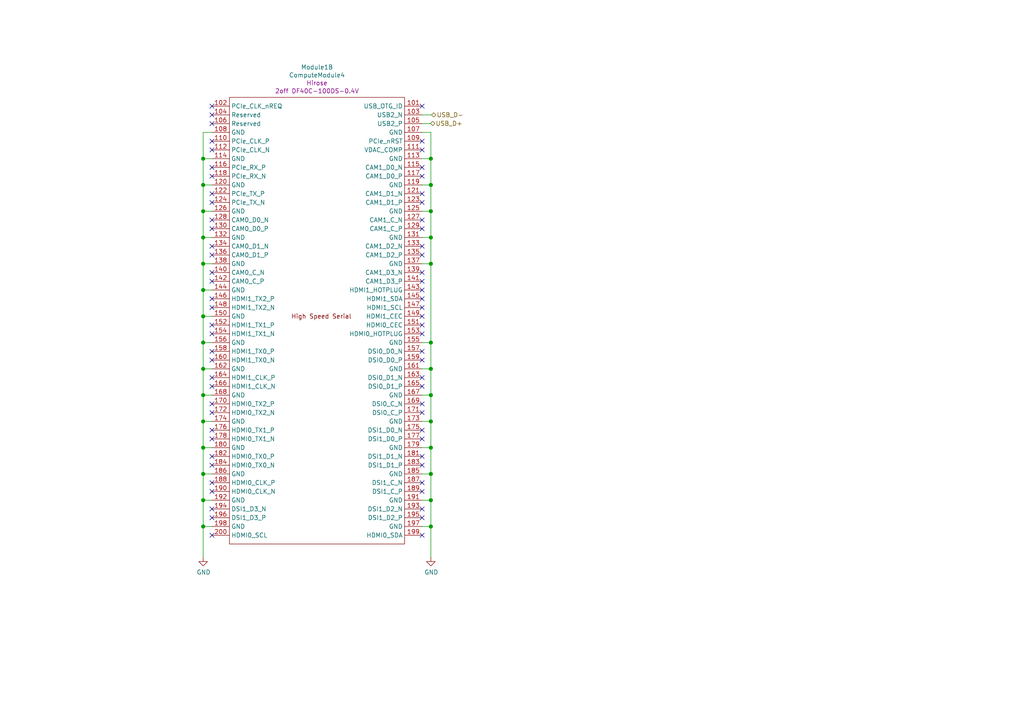
<source format=kicad_sch>
(kicad_sch (version 20200828) (generator eeschema)
  (page 4 6)
  (paper "A4")
  (lib_symbols
    (symbol "CM4IO:ComputeModule4-CM4"
      (property "Reference" "Module" (at 113.03 -68.58 0))
      (property "Value" "ComputeModule4-CM4" (at 140.97 2.54 0))
      (property "Field4" "Hirose" (at 0 0 0))
      (property "Field5" "2x DF40C-100DS-0.4V" (at 0 -2.54 0))
      (symbol "ComputeModule4-CM4_1_0"
        (text "GPIO" (at 0 6.35 0) (effects (font (size 1.27 1.27))))
      )
      (symbol "ComputeModule4-CM4_1_1"
        (text "600mA Max" (at -8.89 -53.34 0) (effects (font (size 1.27 1.27))))
        (text "600mA Max" (at -8.89 -48.26 0) (effects (font (size 1.27 1.27))))
        (text "NB SD signals are only available" (at -1.27 -27.94 0) (effects (font (size 1.27 1.27))))
        (text "on modules without eMMC" (at -1.27 -30.48 0) (effects (font (size 1.27 1.27))))
        (rectangle (start -30.48 -71.12) (end 25.4 58.42))
        (pin power_in line (at 27.94 55.88 180) (length 2.54) (name "GND") (number "1"))
        (pin passive line (at -33.02 45.72 0) (length 2.54) (name "Ethernet_Pair0_N") (number "10"))
        (pin output line (at -33.02 -68.58 0) (length 2.54) (name "nEXTRST") (number "100"))
        (pin passive line (at 27.94 43.18 180) (length 2.54) (name "Ethernet_Pair2_P") (number "11"))
        (pin passive line (at -33.02 43.18 0) (length 2.54) (name "Ethernet_Pair0_P") (number "12"))
        (pin power_in line (at 27.94 40.64 180) (length 2.54) (name "GND") (number "13"))
        (pin power_in line (at -33.02 40.64 0) (length 2.54) (name "GND") (number "14"))
        (pin output line (at 27.94 38.1 180) (length 2.54) (name "Ethernet_nLED3(3.3v)") (number "15"))
        (pin input line (at -33.02 38.1 0) (length 2.54) (name "Ethernet_SYNC_IN(1.8v)") (number "16"))
        (pin output line (at 27.94 35.56 180) (length 2.54) (name "Ethernet_nLED2(3.3v)") (number "17"))
        (pin input line (at -33.02 35.56 0) (length 2.54) (name "Ethernet_SYNC_OUT(1.8v)") (number "18"))
        (pin output line (at 27.94 33.02 180) (length 2.54) (name "Ethernet_nLED1(3.3v)") (number "19"))
        (pin power_in line (at -33.02 55.88 0) (length 2.54) (name "GND") (number "2"))
        (pin passive line (at -33.02 33.02 0) (length 2.54) (name "EEPROM_nWP") (number "20"))
        (pin open_collector line (at 27.94 30.48 180) (length 2.54) (name "PI_nLED_Activity") (number "21"))
        (pin power_in line (at -33.02 30.48 0) (length 2.54) (name "GND") (number "22"))
        (pin power_in line (at 27.94 27.94 180) (length 2.54) (name "GND") (number "23"))
        (pin passive line (at -33.02 27.94 0) (length 2.54) (name "GPIO26") (number "24"))
        (pin passive line (at 27.94 25.4 180) (length 2.54) (name "GPIO21") (number "25"))
        (pin passive line (at -33.02 25.4 0) (length 2.54) (name "GPIO19") (number "26"))
        (pin passive line (at 27.94 22.86 180) (length 2.54) (name "GPIO20") (number "27"))
        (pin passive line (at -33.02 22.86 0) (length 2.54) (name "GPIO13") (number "28"))
        (pin passive line (at 27.94 20.32 180) (length 2.54) (name "GPIO16") (number "29"))
        (pin passive line (at 27.94 53.34 180) (length 2.54) (name "Ethernet_Pair3_P") (number "3"))
        (pin passive line (at -33.02 20.32 0) (length 2.54) (name "GPIO6") (number "30"))
        (pin passive line (at 27.94 17.78 180) (length 2.54) (name "GPIO12") (number "31"))
        (pin power_in line (at -33.02 17.78 0) (length 2.54) (name "GND") (number "32"))
        (pin power_in line (at 27.94 15.24 180) (length 2.54) (name "GND") (number "33"))
        (pin passive line (at -33.02 15.24 0) (length 2.54) (name "GPIO5") (number "34"))
        (pin passive line (at 27.94 12.7 180) (length 2.54) (name "ID_SC") (number "35"))
        (pin passive line (at -33.02 12.7 0) (length 2.54) (name "ID_SD") (number "36"))
        (pin passive line (at 27.94 10.16 180) (length 2.54) (name "GPIO7") (number "37"))
        (pin passive line (at -33.02 10.16 0) (length 2.54) (name "GPIO11") (number "38"))
        (pin passive line (at 27.94 7.62 180) (length 2.54) (name "GPIO8") (number "39"))
        (pin passive line (at -33.02 53.34 0) (length 2.54) (name "Ethernet_Pair1_P") (number "4"))
        (pin passive line (at -33.02 7.62 0) (length 2.54) (name "GPIO9") (number "40"))
        (pin passive line (at 27.94 5.08 180) (length 2.54) (name "GPIO25") (number "41"))
        (pin power_in line (at -33.02 5.08 0) (length 2.54) (name "GND") (number "42"))
        (pin power_in line (at 27.94 2.54 180) (length 2.54) (name "GND") (number "43"))
        (pin passive line (at -33.02 2.54 0) (length 2.54) (name "GPIO10") (number "44"))
        (pin passive line (at 27.94 0 180) (length 2.54) (name "GPIO24") (number "45"))
        (pin passive line (at -33.02 0 0) (length 2.54) (name "GPIO22") (number "46"))
        (pin passive line (at 27.94 -2.54 180) (length 2.54) (name "GPIO23") (number "47"))
        (pin passive line (at -33.02 -2.54 0) (length 2.54) (name "GPIO27") (number "48"))
        (pin passive line (at 27.94 -5.08 180) (length 2.54) (name "GPIO18") (number "49"))
        (pin passive line (at 27.94 50.8 180) (length 2.54) (name "Ethernet_Pair3_N") (number "5"))
        (pin passive line (at -33.02 -5.08 0) (length 2.54) (name "GPIO17") (number "50"))
        (pin passive line (at 27.94 -7.62 180) (length 2.54) (name "GPIO15") (number "51"))
        (pin power_in line (at -33.02 -7.62 0) (length 2.54) (name "GND") (number "52"))
        (pin power_in line (at 27.94 -10.16 180) (length 2.54) (name "GND") (number "53"))
        (pin passive line (at -33.02 -10.16 0) (length 2.54) (name "GPIO4") (number "54"))
        (pin passive line (at 27.94 -12.7 180) (length 2.54) (name "GPIO14") (number "55"))
        (pin passive line (at -33.02 -12.7 0) (length 2.54) (name "GPIO3") (number "56"))
        (pin passive line (at 27.94 -15.24 180) (length 2.54) (name "SD_CLK") (number "57"))
        (pin passive line (at -33.02 -15.24 0) (length 2.54) (name "GPIO2") (number "58"))
        (pin power_in line (at 27.94 -17.78 180) (length 2.54) (name "GND") (number "59"))
        (pin passive line (at -33.02 50.8 0) (length 2.54) (name "Ethernet_Pair1_N") (number "6"))
        (pin power_in line (at -33.02 -17.78 0) (length 2.54) (name "GND") (number "60"))
        (pin passive line (at 27.94 -20.32 180) (length 2.54) (name "SD_DAT3") (number "61"))
        (pin passive line (at -33.02 -20.32 0) (length 2.54) (name "SD_CMD") (number "62"))
        (pin passive line (at 27.94 -22.86 180) (length 2.54) (name "SD_DAT0") (number "63"))
        (pin passive line (at -33.02 -22.86 0) (length 2.54) (name "SD_DAT5") (number "64"))
        (pin power_in line (at 27.94 -25.4 180) (length 2.54) (name "GND") (number "65"))
        (pin power_in line (at -33.02 -25.4 0) (length 2.54) (name "GND") (number "66"))
        (pin passive line (at 27.94 -27.94 180) (length 2.54) (name "SD_DAT1") (number "67"))
        (pin passive line (at -33.02 -27.94 0) (length 2.54) (name "SD_DAT4") (number "68"))
        (pin passive line (at 27.94 -30.48 180) (length 2.54) (name "SD_DAT2") (number "69"))
        (pin power_in line (at 27.94 48.26 180) (length 2.54) (name "GND") (number "7"))
        (pin passive line (at -33.02 -30.48 0) (length 2.54) (name "SD_DAT7") (number "70"))
        (pin power_in line (at 27.94 -33.02 180) (length 2.54) (name "GND") (number "71"))
        (pin passive line (at -33.02 -33.02 0) (length 2.54) (name "SD_DAT6") (number "72"))
        (pin input line (at 27.94 -35.56 180) (length 2.54) (name "SD_VDD_Override") (number "73"))
        (pin power_in line (at -33.02 -35.56 0) (length 2.54) (name "GND") (number "74"))
        (pin output line (at 27.94 -38.1 180) (length 2.54) (name "SD_PWR_ON") (number "75"))
        (pin passive line (at -33.02 -38.1 0) (length 2.54) (name "Reserved") (number "76"))
        (pin power_in line (at 27.94 -40.64 180) (length 2.54) (name "+5v_(Input)") (number "77"))
        (pin power_in line (at -33.02 -40.64 0) (length 2.54) (name "GPIO_VREF(1.8v/3.3v_Input)") (number "78"))
        (pin power_in line (at 27.94 -43.18 180) (length 2.54) (name "+5v_(Input)") (number "79"))
        (pin power_in line (at -33.02 48.26 0) (length 2.54) (name "GND") (number "8"))
        (pin passive line (at -33.02 -43.18 0) (length 2.54) (name "SCL0") (number "80"))
        (pin power_in line (at 27.94 -45.72 180) (length 2.54) (name "+5v_(Input)") (number "81"))
        (pin passive line (at -33.02 -45.72 0) (length 2.54) (name "SDA0") (number "82"))
        (pin power_in line (at 27.94 -48.26 180) (length 2.54) (name "+5v_(Input)") (number "83"))
        (pin power_out line (at -33.02 -48.26 0) (length 2.54) (name "+3.3v_(Output)") (number "84"))
        (pin power_in line (at 27.94 -50.8 180) (length 2.54) (name "+5v_(Input)") (number "85"))
        (pin power_out line (at -33.02 -50.8 0) (length 2.54) (name "+3.3v_(Output)") (number "86"))
        (pin power_in line (at 27.94 -53.34 180) (length 2.54) (name "+5v_(Input)") (number "87"))
        (pin power_out line (at -33.02 -53.34 0) (length 2.54) (name "+1.8v_(Output)") (number "88"))
        (pin power_in line (at 27.94 -55.88 180) (length 2.54) (name "WiFi_nDisable") (number "89"))
        (pin passive line (at 27.94 45.72 180) (length 2.54) (name "Ethernet_Pair2_N") (number "9"))
        (pin power_out line (at -33.02 -55.88 0) (length 2.54) (name "+1.8v_(Output)") (number "90"))
        (pin power_in line (at 27.94 -58.42 180) (length 2.54) (name "BT_nDisable") (number "91"))
        (pin passive line (at -33.02 -58.42 0) (length 2.54) (name "RUN_PG") (number "92"))
        (pin input line (at 27.94 -60.96 180) (length 2.54) (name "nRPIBOOT") (number "93"))
        (pin passive line (at -33.02 -60.96 0) (length 2.54) (name "AnalogIP0") (number "94"))
        (pin output line (at 27.94 -63.5 180) (length 2.54) (name "nPI_LED_PWR") (number "95"))
        (pin passive line (at -33.02 -63.5 0) (length 2.54) (name "AnalogIP1") (number "96"))
        (pin passive line (at 27.94 -66.04 180) (length 2.54) (name "Camera_GPIO") (number "97"))
        (pin power_in line (at -33.02 -66.04 0) (length 2.54) (name "GND") (number "98"))
        (pin input line (at 27.94 -68.58 180) (length 2.54) (name "Global_EN") (number "99"))
      )
      (symbol "ComputeModule4-CM4_2_1"
        (text "High Speed Serial" (at 140.97 0 0) (effects (font (size 1.27 1.27))))
        (rectangle (start 114.3 -66.04) (end 165.1 63.5))
        (pin input line (at 170.18 60.96 180) (length 5.08) (name "USB_OTG_ID") (number "101"))
        (pin input line (at 109.22 60.96 0) (length 5.08) (name "PCIe_CLK_nREQ") (number "102"))
        (pin passive line (at 170.18 58.42 180) (length 5.08) (name "USB2_N") (number "103"))
        (pin passive line (at 109.22 58.42 0) (length 5.08) (name "Reserved") (number "104"))
        (pin passive line (at 170.18 55.88 180) (length 5.08) (name "USB2_P") (number "105"))
        (pin passive line (at 109.22 55.88 0) (length 5.08) (name "Reserved") (number "106"))
        (pin power_in line (at 170.18 53.34 180) (length 5.08) (name "GND") (number "107"))
        (pin power_in line (at 109.22 53.34 0) (length 5.08) (name "GND") (number "108"))
        (pin bidirectional line (at 170.18 50.8 180) (length 5.08) (name "PCIe_nRST") (number "109"))
        (pin output line (at 109.22 50.8 0) (length 5.08) (name "PCIe_CLK_P") (number "110"))
        (pin passive line (at 170.18 48.26 180) (length 5.08) (name "VDAC_COMP") (number "111"))
        (pin output line (at 109.22 48.26 0) (length 5.08) (name "PCIe_CLK_N") (number "112"))
        (pin power_in line (at 170.18 45.72 180) (length 5.08) (name "GND") (number "113"))
        (pin power_in line (at 109.22 45.72 0) (length 5.08) (name "GND") (number "114"))
        (pin input line (at 170.18 43.18 180) (length 5.08) (name "CAM1_D0_N") (number "115"))
        (pin input line (at 109.22 43.18 0) (length 5.08) (name "PCIe_RX_P") (number "116"))
        (pin input line (at 170.18 40.64 180) (length 5.08) (name "CAM1_D0_P") (number "117"))
        (pin input line (at 109.22 40.64 0) (length 5.08) (name "PCIe_RX_N") (number "118"))
        (pin power_in line (at 170.18 38.1 180) (length 5.08) (name "GND") (number "119"))
        (pin power_in line (at 109.22 38.1 0) (length 5.08) (name "GND") (number "120"))
        (pin input line (at 170.18 35.56 180) (length 5.08) (name "CAM1_D1_N") (number "121"))
        (pin output line (at 109.22 35.56 0) (length 5.08) (name "PCIe_TX_P") (number "122"))
        (pin input line (at 170.18 33.02 180) (length 5.08) (name "CAM1_D1_P") (number "123"))
        (pin output line (at 109.22 33.02 0) (length 5.08) (name "PCIe_TX_N") (number "124"))
        (pin power_in line (at 170.18 30.48 180) (length 5.08) (name "GND") (number "125"))
        (pin power_in line (at 109.22 30.48 0) (length 5.08) (name "GND") (number "126"))
        (pin input line (at 170.18 27.94 180) (length 5.08) (name "CAM1_C_N") (number "127"))
        (pin input line (at 109.22 27.94 0) (length 5.08) (name "CAM0_D0_N") (number "128"))
        (pin input line (at 170.18 25.4 180) (length 5.08) (name "CAM1_C_P") (number "129"))
        (pin input line (at 109.22 25.4 0) (length 5.08) (name "CAM0_D0_P") (number "130"))
        (pin power_in line (at 170.18 22.86 180) (length 5.08) (name "GND") (number "131"))
        (pin power_in line (at 109.22 22.86 0) (length 5.08) (name "GND") (number "132"))
        (pin input line (at 170.18 20.32 180) (length 5.08) (name "CAM1_D2_N") (number "133"))
        (pin input line (at 109.22 20.32 0) (length 5.08) (name "CAM0_D1_N") (number "134"))
        (pin input line (at 170.18 17.78 180) (length 5.08) (name "CAM1_D2_P") (number "135"))
        (pin input line (at 109.22 17.78 0) (length 5.08) (name "CAM0_D1_P") (number "136"))
        (pin power_in line (at 170.18 15.24 180) (length 5.08) (name "GND") (number "137"))
        (pin power_in line (at 109.22 15.24 0) (length 5.08) (name "GND") (number "138"))
        (pin input line (at 170.18 12.7 180) (length 5.08) (name "CAM1_D3_N") (number "139"))
        (pin input line (at 109.22 12.7 0) (length 5.08) (name "CAM0_C_N") (number "140"))
        (pin input line (at 170.18 10.16 180) (length 5.08) (name "CAM1_D3_P") (number "141"))
        (pin input line (at 109.22 10.16 0) (length 5.08) (name "CAM0_C_P") (number "142"))
        (pin input line (at 170.18 7.62 180) (length 5.08) (name "HDMI1_HOTPLUG") (number "143"))
        (pin power_in line (at 109.22 7.62 0) (length 5.08) (name "GND") (number "144"))
        (pin bidirectional line (at 170.18 5.08 180) (length 5.08) (name "HDMI1_SDA") (number "145"))
        (pin output line (at 109.22 5.08 0) (length 5.08) (name "HDMI1_TX2_P") (number "146"))
        (pin open_collector line (at 170.18 2.54 180) (length 5.08) (name "HDMI1_SCL") (number "147"))
        (pin output line (at 109.22 2.54 0) (length 5.08) (name "HDMI1_TX2_N") (number "148"))
        (pin open_collector line (at 170.18 0 180) (length 5.08) (name "HDMI1_CEC") (number "149"))
        (pin power_in line (at 109.22 0 0) (length 5.08) (name "GND") (number "150"))
        (pin open_collector line (at 170.18 -2.54 180) (length 5.08) (name "HDMI0_CEC") (number "151"))
        (pin output line (at 109.22 -2.54 0) (length 5.08) (name "HDMI1_TX1_P") (number "152"))
        (pin input line (at 170.18 -5.08 180) (length 5.08) (name "HDMI0_HOTPLUG") (number "153"))
        (pin output line (at 109.22 -5.08 0) (length 5.08) (name "HDMI1_TX1_N") (number "154"))
        (pin power_in line (at 170.18 -7.62 180) (length 5.08) (name "GND") (number "155"))
        (pin power_in line (at 109.22 -7.62 0) (length 5.08) (name "GND") (number "156"))
        (pin output line (at 170.18 -10.16 180) (length 5.08) (name "DSI0_D0_N") (number "157"))
        (pin output line (at 109.22 -10.16 0) (length 5.08) (name "HDMI1_TX0_P") (number "158"))
        (pin output line (at 170.18 -12.7 180) (length 5.08) (name "DSI0_D0_P") (number "159"))
        (pin output line (at 109.22 -12.7 0) (length 5.08) (name "HDMI1_TX0_N") (number "160"))
        (pin power_in line (at 170.18 -15.24 180) (length 5.08) (name "GND") (number "161"))
        (pin power_in line (at 109.22 -15.24 0) (length 5.08) (name "GND") (number "162"))
        (pin output line (at 170.18 -17.78 180) (length 5.08) (name "DSI0_D1_N") (number "163"))
        (pin output line (at 109.22 -17.78 0) (length 5.08) (name "HDMI1_CLK_P") (number "164"))
        (pin output line (at 170.18 -20.32 180) (length 5.08) (name "DSI0_D1_P") (number "165"))
        (pin output line (at 109.22 -20.32 0) (length 5.08) (name "HDMI1_CLK_N") (number "166"))
        (pin power_in line (at 170.18 -22.86 180) (length 5.08) (name "GND") (number "167"))
        (pin power_in line (at 109.22 -22.86 0) (length 5.08) (name "GND") (number "168"))
        (pin output line (at 170.18 -25.4 180) (length 5.08) (name "DSI0_C_N") (number "169"))
        (pin output line (at 109.22 -25.4 0) (length 5.08) (name "HDMI0_TX2_P") (number "170"))
        (pin output line (at 170.18 -27.94 180) (length 5.08) (name "DSI0_C_P") (number "171"))
        (pin output line (at 109.22 -27.94 0) (length 5.08) (name "HDMI0_TX2_N") (number "172"))
        (pin power_in line (at 170.18 -30.48 180) (length 5.08) (name "GND") (number "173"))
        (pin power_in line (at 109.22 -30.48 0) (length 5.08) (name "GND") (number "174"))
        (pin output line (at 170.18 -33.02 180) (length 5.08) (name "DSI1_D0_N") (number "175"))
        (pin output line (at 109.22 -33.02 0) (length 5.08) (name "HDMI0_TX1_P") (number "176"))
        (pin output line (at 170.18 -35.56 180) (length 5.08) (name "DSI1_D0_P") (number "177"))
        (pin output line (at 109.22 -35.56 0) (length 5.08) (name "HDMI0_TX1_N") (number "178"))
        (pin power_in line (at 170.18 -38.1 180) (length 5.08) (name "GND") (number "179"))
        (pin power_in line (at 109.22 -38.1 0) (length 5.08) (name "GND") (number "180"))
        (pin output line (at 170.18 -40.64 180) (length 5.08) (name "DSI1_D1_N") (number "181"))
        (pin output line (at 109.22 -40.64 0) (length 5.08) (name "HDMI0_TX0_P") (number "182"))
        (pin output line (at 170.18 -43.18 180) (length 5.08) (name "DSI1_D1_P") (number "183"))
        (pin output line (at 109.22 -43.18 0) (length 5.08) (name "HDMI0_TX0_N") (number "184"))
        (pin power_in line (at 170.18 -45.72 180) (length 5.08) (name "GND") (number "185"))
        (pin power_in line (at 109.22 -45.72 0) (length 5.08) (name "GND") (number "186"))
        (pin output line (at 170.18 -48.26 180) (length 5.08) (name "DSI1_C_N") (number "187"))
        (pin output line (at 109.22 -48.26 0) (length 5.08) (name "HDMI0_CLK_P") (number "188"))
        (pin output line (at 170.18 -50.8 180) (length 5.08) (name "DSI1_C_P") (number "189"))
        (pin output line (at 109.22 -50.8 0) (length 5.08) (name "HDMI0_CLK_N") (number "190"))
        (pin power_in line (at 170.18 -53.34 180) (length 5.08) (name "GND") (number "191"))
        (pin power_in line (at 109.22 -53.34 0) (length 5.08) (name "GND") (number "192"))
        (pin output line (at 170.18 -55.88 180) (length 5.08) (name "DSI1_D2_N") (number "193"))
        (pin output line (at 109.22 -55.88 0) (length 5.08) (name "DSI1_D3_N") (number "194"))
        (pin output line (at 170.18 -58.42 180) (length 5.08) (name "DSI1_D2_P") (number "195"))
        (pin output line (at 109.22 -58.42 0) (length 5.08) (name "DSI1_D3_P") (number "196"))
        (pin power_in line (at 170.18 -60.96 180) (length 5.08) (name "GND") (number "197"))
        (pin power_in line (at 109.22 -60.96 0) (length 5.08) (name "GND") (number "198"))
        (pin bidirectional line (at 170.18 -63.5 180) (length 5.08) (name "HDMI0_SDA") (number "199"))
        (pin open_collector line (at 109.22 -63.5 0) (length 5.08) (name "HDMI0_SCL") (number "200"))
      )
    )
    (symbol "power:GND" (power) (pin_names (offset 0))
      (property "Value" "GND" (at 0 -3.81 0))
      (symbol "GND_0_1"
        (polyline (pts (xy 0 0) (xy 0 -1.27) (xy 1.27 -1.27) (xy 0 -2.54) (xy -1.27 -1.27) (xy 0 -1.27)))
      )
      (symbol "GND_1_1"
        (pin power_in line (at 0 0 270) (length 0) hide (name "GND") (number "1"))
      )
    )
  )
  (junction (at 58.928 46.0248) (diameter 1.016))
  (junction (at 58.928 53.6448) (diameter 1.016))
  (junction (at 58.928 61.2648) (diameter 1.016))
  (junction (at 58.928 68.8848) (diameter 1.016))
  (junction (at 58.928 76.5048) (diameter 1.016))
  (junction (at 58.928 84.1248) (diameter 1.016))
  (junction (at 58.928 91.7448) (diameter 1.016))
  (junction (at 58.928 99.3648) (diameter 1.016))
  (junction (at 58.928 106.9848) (diameter 1.016))
  (junction (at 58.928 114.6048) (diameter 1.016))
  (junction (at 58.928 122.2248) (diameter 1.016))
  (junction (at 58.928 129.8448) (diameter 1.016))
  (junction (at 58.928 137.4648) (diameter 1.016))
  (junction (at 58.928 145.0848) (diameter 1.016))
  (junction (at 58.928 152.7048) (diameter 1.016))
  (junction (at 124.968 46.0248) (diameter 1.016))
  (junction (at 124.968 53.6448) (diameter 1.016))
  (junction (at 124.968 61.2648) (diameter 1.016))
  (junction (at 124.968 68.8848) (diameter 1.016))
  (junction (at 124.968 76.5048) (diameter 1.016))
  (junction (at 124.968 99.3648) (diameter 1.016))
  (junction (at 124.968 106.9848) (diameter 1.016))
  (junction (at 124.968 114.6048) (diameter 1.016))
  (junction (at 124.968 122.2248) (diameter 1.016))
  (junction (at 124.968 129.8448) (diameter 1.016))
  (junction (at 124.968 137.4648) (diameter 1.016))
  (junction (at 124.968 145.0848) (diameter 1.016))
  (junction (at 124.968 152.7048) (diameter 1.016))
  (no_connect (at 122.428 96.8248))
  (no_connect (at 122.428 142.5448))
  (no_connect (at 122.428 81.5848))
  (no_connect (at 61.468 33.3248))
  (no_connect (at 61.468 30.7848))
  (no_connect (at 61.468 101.9048))
  (no_connect (at 61.468 124.7648))
  (no_connect (at 122.428 124.7648))
  (no_connect (at 61.468 89.2048))
  (no_connect (at 61.468 132.3848))
  (no_connect (at 61.468 66.3448))
  (no_connect (at 122.428 86.6648))
  (no_connect (at 61.468 140.0048))
  (no_connect (at 61.468 35.8648))
  (no_connect (at 122.428 94.2848))
  (no_connect (at 122.428 40.9448))
  (no_connect (at 122.428 127.3048))
  (no_connect (at 61.468 71.4248))
  (no_connect (at 122.428 71.4248))
  (no_connect (at 61.468 86.6648))
  (no_connect (at 61.468 147.6248))
  (no_connect (at 61.468 104.4448))
  (no_connect (at 61.468 96.8248))
  (no_connect (at 61.468 43.4848))
  (no_connect (at 122.428 112.0648))
  (no_connect (at 61.468 48.5648))
  (no_connect (at 61.468 142.5448))
  (no_connect (at 122.428 63.8048))
  (no_connect (at 122.428 117.1448))
  (no_connect (at 61.468 79.0448))
  (no_connect (at 122.428 104.4448))
  (no_connect (at 61.468 94.2848))
  (no_connect (at 61.468 134.9248))
  (no_connect (at 61.468 127.3048))
  (no_connect (at 122.428 48.5648))
  (no_connect (at 61.468 117.1448))
  (no_connect (at 122.428 155.2448))
  (no_connect (at 122.428 101.9048))
  (no_connect (at 122.428 147.6248))
  (no_connect (at 61.468 81.5848))
  (no_connect (at 61.468 56.1848))
  (no_connect (at 122.428 30.7848))
  (no_connect (at 61.468 119.6848))
  (no_connect (at 122.428 51.1048))
  (no_connect (at 61.468 73.9648))
  (no_connect (at 122.428 73.9648))
  (no_connect (at 122.428 84.1248))
  (no_connect (at 122.428 140.0048))
  (no_connect (at 61.468 63.8048))
  (no_connect (at 61.468 150.1648))
  (no_connect (at 122.428 150.1648))
  (no_connect (at 122.428 43.4848))
  (no_connect (at 122.428 89.2048))
  (no_connect (at 122.428 66.3448))
  (no_connect (at 122.428 109.5248))
  (no_connect (at 61.468 155.2448))
  (no_connect (at 61.468 109.5248))
  (no_connect (at 122.428 56.1848))
  (no_connect (at 122.428 134.9248))
  (no_connect (at 122.428 79.0448))
  (no_connect (at 122.428 132.3848))
  (no_connect (at 122.428 119.6848))
  (no_connect (at 122.428 58.7248))
  (no_connect (at 122.428 91.7448))
  (no_connect (at 61.468 58.7248))
  (no_connect (at 61.468 112.0648))
  (no_connect (at 61.468 51.1048))
  (no_connect (at 61.468 40.9448))
  (wire (pts (xy 58.928 38.4048) (xy 58.928 46.0248)))
  (wire (pts (xy 58.928 46.0248) (xy 58.928 53.6448)))
  (wire (pts (xy 58.928 46.0248) (xy 61.468 46.0248)))
  (wire (pts (xy 58.928 53.6448) (xy 58.928 61.2648)))
  (wire (pts (xy 58.928 53.6448) (xy 61.468 53.6448)))
  (wire (pts (xy 58.928 61.2648) (xy 58.928 68.8848)))
  (wire (pts (xy 58.928 61.2648) (xy 61.468 61.2648)))
  (wire (pts (xy 58.928 68.8848) (xy 58.928 76.5048)))
  (wire (pts (xy 58.928 68.8848) (xy 61.468 68.8848)))
  (wire (pts (xy 58.928 76.5048) (xy 58.928 84.1248)))
  (wire (pts (xy 58.928 76.5048) (xy 61.468 76.5048)))
  (wire (pts (xy 58.928 84.1248) (xy 58.928 91.7448)))
  (wire (pts (xy 58.928 84.1248) (xy 61.468 84.1248)))
  (wire (pts (xy 58.928 91.7448) (xy 58.928 99.3648)))
  (wire (pts (xy 58.928 91.7448) (xy 61.468 91.7448)))
  (wire (pts (xy 58.928 99.3648) (xy 58.928 106.9848)))
  (wire (pts (xy 58.928 99.3648) (xy 61.468 99.3648)))
  (wire (pts (xy 58.928 106.9848) (xy 58.928 114.6048)))
  (wire (pts (xy 58.928 106.9848) (xy 61.468 106.9848)))
  (wire (pts (xy 58.928 114.6048) (xy 58.928 122.2248)))
  (wire (pts (xy 58.928 114.6048) (xy 61.468 114.6048)))
  (wire (pts (xy 58.928 122.2248) (xy 58.928 129.8448)))
  (wire (pts (xy 58.928 122.2248) (xy 61.468 122.2248)))
  (wire (pts (xy 58.928 129.8448) (xy 58.928 137.4648)))
  (wire (pts (xy 58.928 129.8448) (xy 61.468 129.8448)))
  (wire (pts (xy 58.928 137.4648) (xy 58.928 145.0848)))
  (wire (pts (xy 58.928 137.4648) (xy 61.468 137.4648)))
  (wire (pts (xy 58.928 145.0848) (xy 58.928 152.7048)))
  (wire (pts (xy 58.928 152.7048) (xy 58.928 161.5948)))
  (wire (pts (xy 61.468 38.4048) (xy 58.928 38.4048)))
  (wire (pts (xy 61.468 145.0848) (xy 58.928 145.0848)))
  (wire (pts (xy 61.468 152.7048) (xy 58.928 152.7048)))
  (wire (pts (xy 122.428 33.3248) (xy 125.1712 33.3248)))
  (wire (pts (xy 122.428 35.8648) (xy 124.8664 35.8648)))
  (wire (pts (xy 122.428 46.0248) (xy 124.968 46.0248)))
  (wire (pts (xy 122.428 53.6448) (xy 124.968 53.6448)))
  (wire (pts (xy 122.428 61.2648) (xy 124.968 61.2648)))
  (wire (pts (xy 122.428 68.8848) (xy 124.968 68.8848)))
  (wire (pts (xy 122.428 76.5048) (xy 124.968 76.5048)))
  (wire (pts (xy 122.428 99.3648) (xy 124.968 99.3648)))
  (wire (pts (xy 122.428 106.9848) (xy 124.968 106.9848)))
  (wire (pts (xy 122.428 114.6048) (xy 124.968 114.6048)))
  (wire (pts (xy 122.428 122.2248) (xy 124.968 122.2248)))
  (wire (pts (xy 122.428 129.8448) (xy 124.968 129.8448)))
  (wire (pts (xy 122.428 137.4648) (xy 124.968 137.4648)))
  (wire (pts (xy 122.428 145.0848) (xy 124.968 145.0848)))
  (wire (pts (xy 122.428 152.7048) (xy 124.968 152.7048)))
  (wire (pts (xy 124.8664 35.8648) (xy 124.8664 35.814)))
  (wire (pts (xy 124.968 38.4048) (xy 122.428 38.4048)))
  (wire (pts (xy 124.968 46.0248) (xy 124.968 38.4048)))
  (wire (pts (xy 124.968 53.6448) (xy 124.968 46.0248)))
  (wire (pts (xy 124.968 61.2648) (xy 124.968 53.6448)))
  (wire (pts (xy 124.968 68.8848) (xy 124.968 61.2648)))
  (wire (pts (xy 124.968 76.5048) (xy 124.968 68.8848)))
  (wire (pts (xy 124.968 76.5048) (xy 124.968 99.3648)))
  (wire (pts (xy 124.968 99.3648) (xy 124.968 106.9848)))
  (wire (pts (xy 124.968 106.9848) (xy 124.968 114.6048)))
  (wire (pts (xy 124.968 114.6048) (xy 124.968 122.2248)))
  (wire (pts (xy 124.968 122.2248) (xy 124.968 129.8448)))
  (wire (pts (xy 124.968 129.8448) (xy 124.968 137.4648)))
  (wire (pts (xy 124.968 137.4648) (xy 124.968 145.0848)))
  (wire (pts (xy 124.968 145.0848) (xy 124.968 152.7048)))
  (wire (pts (xy 124.968 152.7048) (xy 124.968 161.5948)))
  (hierarchical_label "USB_D+" (shape bidirectional) (at 124.8664 35.814 0))
  (hierarchical_label "USB_D-" (shape bidirectional) (at 125.1712 33.3248 0))
  (symbol (lib_id "power:GND") (at 58.928 161.5948 0) (unit 1)
    (property "Reference" "#PWR023" (effects hide))
    (property "Value" "GND" (at 59.055 165.989 0))
  )
  (symbol (lib_id "power:GND") (at 124.968 161.5948 0) (unit 1)
    (property "Reference" "#PWR024" (effects hide))
    (property "Value" "GND" (at 125.095 165.989 0))
  )
  (symbol (lib_id "CM4IO:ComputeModule4-CM4") (at -47.752 91.7448 0) (unit 2)
    (property "Reference" "Module1" (at 91.948 19.4818 0))
    (property "Value" "ComputeModule4" (at 91.948 21.7932 0))
    (property "Footprint" "CM4IO:Raspberry-Pi-4-Compute-Module" (effects hide))
    (property "Field4" "Hirose" (at 91.948 24.0792 0))
    (property "Field5" "2off DF40C-100DS-0.4V" (at 91.948 26.3906 0))
    (property "Field6" "2off DF40C-100DS-0.4V" (effects hide))
    (property "Field7" "Hirose" (effects hide))
    (property "Part Description" "	100 Position Connector Receptacle, Center Strip Contacts Surface Mount Gold" (effects hide))
  )
)
</source>
